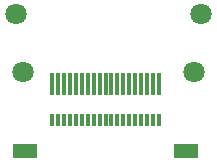
<source format=gbr>
%TF.GenerationSoftware,KiCad,Pcbnew,(6.0.11)*%
%TF.CreationDate,2023-04-13T19:56:29-04:00*%
%TF.ProjectId,HDMI FFC,48444d49-2046-4464-932e-6b696361645f,rev?*%
%TF.SameCoordinates,Original*%
%TF.FileFunction,Soldermask,Top*%
%TF.FilePolarity,Negative*%
%FSLAX46Y46*%
G04 Gerber Fmt 4.6, Leading zero omitted, Abs format (unit mm)*
G04 Created by KiCad (PCBNEW (6.0.11)) date 2023-04-13 19:56:29*
%MOMM*%
%LPD*%
G01*
G04 APERTURE LIST*
%ADD10R,0.300000X1.000000*%
%ADD11R,2.000000X1.300000*%
%ADD12R,0.300000X1.900000*%
%ADD13C,1.800000*%
G04 APERTURE END LIST*
D10*
%TO.C,J2*%
X140419986Y-81300000D03*
X140919985Y-81300000D03*
X141419986Y-81300000D03*
X141919985Y-81300000D03*
X142419987Y-81300000D03*
X142919986Y-81300000D03*
X143419985Y-81300000D03*
X143919986Y-81300000D03*
X144419985Y-81300000D03*
X144919987Y-81300000D03*
X145419986Y-81300000D03*
X145919985Y-81300000D03*
X146419987Y-81300000D03*
X146919986Y-81300000D03*
X147419985Y-81300000D03*
X147919986Y-81300000D03*
X148419985Y-81300000D03*
X148919987Y-81300000D03*
X149419986Y-81300000D03*
D11*
X138119996Y-83999999D03*
X151719978Y-83999999D03*
%TD*%
D12*
%TO.C,J1*%
X140420000Y-78275000D03*
X140920000Y-78275000D03*
X141420000Y-78275000D03*
X141920000Y-78275000D03*
X142420000Y-78275000D03*
X142920000Y-78275000D03*
X143420000Y-78275000D03*
X143920000Y-78275000D03*
X144420000Y-78275000D03*
X144920000Y-78275000D03*
X145420000Y-78275000D03*
X145920000Y-78275000D03*
X146420000Y-78275000D03*
X146920000Y-78275000D03*
X147420000Y-78275000D03*
X147920000Y-78275000D03*
X148420000Y-78275000D03*
X148920000Y-78275000D03*
X149420000Y-78275000D03*
D13*
X152420000Y-77275000D03*
X137320000Y-72375000D03*
X137920000Y-77275000D03*
X153020000Y-72375000D03*
%TD*%
M02*

</source>
